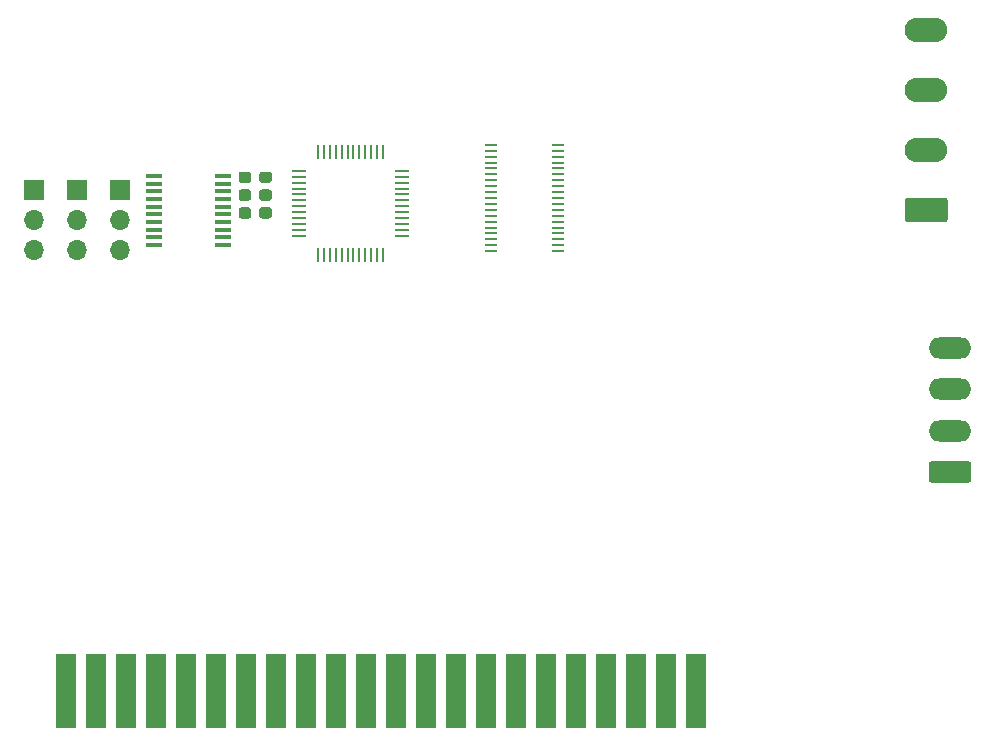
<source format=gbr>
G04 #@! TF.GenerationSoftware,KiCad,Pcbnew,5.0.2-bee76a0~70~ubuntu18.04.1*
G04 #@! TF.CreationDate,2019-10-20T22:12:44-04:00*
G04 #@! TF.ProjectId,Stepper Driver Card,53746570-7065-4722-9044-726976657220,rev?*
G04 #@! TF.SameCoordinates,Original*
G04 #@! TF.FileFunction,Copper,L1,Top*
G04 #@! TF.FilePolarity,Positive*
%FSLAX46Y46*%
G04 Gerber Fmt 4.6, Leading zero omitted, Abs format (unit mm)*
G04 Created by KiCad (PCBNEW 5.0.2-bee76a0~70~ubuntu18.04.1) date Sun 20 Oct 2019 10:12:44 PM EDT*
%MOMM*%
%LPD*%
G01*
G04 APERTURE LIST*
G04 #@! TA.AperFunction,ComponentPad*
%ADD10O,1.700000X1.700000*%
G04 #@! TD*
G04 #@! TA.AperFunction,ComponentPad*
%ADD11R,1.700000X1.700000*%
G04 #@! TD*
G04 #@! TA.AperFunction,ComponentPad*
%ADD12O,3.600000X2.080000*%
G04 #@! TD*
G04 #@! TA.AperFunction,Conductor*
%ADD13C,0.100000*%
G04 #@! TD*
G04 #@! TA.AperFunction,ComponentPad*
%ADD14C,2.080000*%
G04 #@! TD*
G04 #@! TA.AperFunction,ComponentPad*
%ADD15O,3.600000X1.800000*%
G04 #@! TD*
G04 #@! TA.AperFunction,ComponentPad*
%ADD16C,1.800000*%
G04 #@! TD*
G04 #@! TA.AperFunction,SMDPad,CuDef*
%ADD17C,0.950000*%
G04 #@! TD*
G04 #@! TA.AperFunction,SMDPad,CuDef*
%ADD18R,1.450000X0.450000*%
G04 #@! TD*
G04 #@! TA.AperFunction,SMDPad,CuDef*
%ADD19R,0.250000X1.300000*%
G04 #@! TD*
G04 #@! TA.AperFunction,SMDPad,CuDef*
%ADD20R,1.300000X0.250000*%
G04 #@! TD*
G04 #@! TA.AperFunction,SMDPad,CuDef*
%ADD21R,1.651000X6.350000*%
G04 #@! TD*
G04 #@! TA.AperFunction,SMDPad,CuDef*
%ADD22R,1.100000X0.285000*%
G04 #@! TD*
G04 APERTURE END LIST*
D10*
G04 #@! TO.P,J2,3*
G04 #@! TO.N,GND*
X105225001Y-79795001D03*
G04 #@! TO.P,J2,2*
G04 #@! TO.N,Net-(J2-Pad2)*
X105225001Y-77255001D03*
D11*
G04 #@! TO.P,J2,1*
G04 #@! TO.N,+3V3*
X105225001Y-74715001D03*
G04 #@! TD*
D10*
G04 #@! TO.P,J3,3*
G04 #@! TO.N,GND*
X108875001Y-79795001D03*
G04 #@! TO.P,J3,2*
G04 #@! TO.N,Net-(J3-Pad2)*
X108875001Y-77255001D03*
D11*
G04 #@! TO.P,J3,1*
G04 #@! TO.N,+3V3*
X108875001Y-74715001D03*
G04 #@! TD*
D10*
G04 #@! TO.P,J4,3*
G04 #@! TO.N,GND*
X112525001Y-79795001D03*
G04 #@! TO.P,J4,2*
G04 #@! TO.N,Net-(J4-Pad2)*
X112525001Y-77255001D03*
D11*
G04 #@! TO.P,J4,1*
G04 #@! TO.N,+3V3*
X112525001Y-74715001D03*
G04 #@! TD*
D12*
G04 #@! TO.P,J5,4*
G04 #@! TO.N,Net-(J5-Pad4)*
X180800000Y-61160000D03*
G04 #@! TO.P,J5,3*
G04 #@! TO.N,Net-(J5-Pad3)*
X180800000Y-66240000D03*
G04 #@! TO.P,J5,2*
G04 #@! TO.N,Net-(J5-Pad2)*
X180800000Y-71320000D03*
D13*
G04 #@! TD*
G04 #@! TO.N,Net-(J5-Pad1)*
G04 #@! TO.C,J5*
G36*
X182374505Y-75361204D02*
X182398773Y-75364804D01*
X182422572Y-75370765D01*
X182445671Y-75379030D01*
X182467850Y-75389520D01*
X182488893Y-75402132D01*
X182508599Y-75416747D01*
X182526777Y-75433223D01*
X182543253Y-75451401D01*
X182557868Y-75471107D01*
X182570480Y-75492150D01*
X182580970Y-75514329D01*
X182589235Y-75537428D01*
X182595196Y-75561227D01*
X182598796Y-75585495D01*
X182600000Y-75609999D01*
X182600000Y-77190001D01*
X182598796Y-77214505D01*
X182595196Y-77238773D01*
X182589235Y-77262572D01*
X182580970Y-77285671D01*
X182570480Y-77307850D01*
X182557868Y-77328893D01*
X182543253Y-77348599D01*
X182526777Y-77366777D01*
X182508599Y-77383253D01*
X182488893Y-77397868D01*
X182467850Y-77410480D01*
X182445671Y-77420970D01*
X182422572Y-77429235D01*
X182398773Y-77435196D01*
X182374505Y-77438796D01*
X182350001Y-77440000D01*
X179249999Y-77440000D01*
X179225495Y-77438796D01*
X179201227Y-77435196D01*
X179177428Y-77429235D01*
X179154329Y-77420970D01*
X179132150Y-77410480D01*
X179111107Y-77397868D01*
X179091401Y-77383253D01*
X179073223Y-77366777D01*
X179056747Y-77348599D01*
X179042132Y-77328893D01*
X179029520Y-77307850D01*
X179019030Y-77285671D01*
X179010765Y-77262572D01*
X179004804Y-77238773D01*
X179001204Y-77214505D01*
X179000000Y-77190001D01*
X179000000Y-75609999D01*
X179001204Y-75585495D01*
X179004804Y-75561227D01*
X179010765Y-75537428D01*
X179019030Y-75514329D01*
X179029520Y-75492150D01*
X179042132Y-75471107D01*
X179056747Y-75451401D01*
X179073223Y-75433223D01*
X179091401Y-75416747D01*
X179111107Y-75402132D01*
X179132150Y-75389520D01*
X179154329Y-75379030D01*
X179177428Y-75370765D01*
X179201227Y-75364804D01*
X179225495Y-75361204D01*
X179249999Y-75360000D01*
X182350001Y-75360000D01*
X182374505Y-75361204D01*
X182374505Y-75361204D01*
G37*
D14*
G04 #@! TO.P,J5,1*
G04 #@! TO.N,Net-(J5-Pad1)*
X180800000Y-76400000D03*
G04 #@! TD*
D15*
G04 #@! TO.P,J6,4*
G04 #@! TO.N,AXIS_LIMIT_SWITCH-*
X182800000Y-88100000D03*
G04 #@! TO.P,J6,3*
G04 #@! TO.N,+3V3*
X182800000Y-91600000D03*
G04 #@! TO.P,J6,2*
G04 #@! TO.N,AXIS_LIMIT_SWITCH+*
X182800000Y-95100000D03*
D13*
G04 #@! TD*
G04 #@! TO.N,+3V3*
G04 #@! TO.C,J6*
G36*
X184374504Y-97701204D02*
X184398773Y-97704804D01*
X184422571Y-97710765D01*
X184445671Y-97719030D01*
X184467849Y-97729520D01*
X184488893Y-97742133D01*
X184508598Y-97756747D01*
X184526777Y-97773223D01*
X184543253Y-97791402D01*
X184557867Y-97811107D01*
X184570480Y-97832151D01*
X184580970Y-97854329D01*
X184589235Y-97877429D01*
X184595196Y-97901227D01*
X184598796Y-97925496D01*
X184600000Y-97950000D01*
X184600000Y-99250000D01*
X184598796Y-99274504D01*
X184595196Y-99298773D01*
X184589235Y-99322571D01*
X184580970Y-99345671D01*
X184570480Y-99367849D01*
X184557867Y-99388893D01*
X184543253Y-99408598D01*
X184526777Y-99426777D01*
X184508598Y-99443253D01*
X184488893Y-99457867D01*
X184467849Y-99470480D01*
X184445671Y-99480970D01*
X184422571Y-99489235D01*
X184398773Y-99495196D01*
X184374504Y-99498796D01*
X184350000Y-99500000D01*
X181250000Y-99500000D01*
X181225496Y-99498796D01*
X181201227Y-99495196D01*
X181177429Y-99489235D01*
X181154329Y-99480970D01*
X181132151Y-99470480D01*
X181111107Y-99457867D01*
X181091402Y-99443253D01*
X181073223Y-99426777D01*
X181056747Y-99408598D01*
X181042133Y-99388893D01*
X181029520Y-99367849D01*
X181019030Y-99345671D01*
X181010765Y-99322571D01*
X181004804Y-99298773D01*
X181001204Y-99274504D01*
X181000000Y-99250000D01*
X181000000Y-97950000D01*
X181001204Y-97925496D01*
X181004804Y-97901227D01*
X181010765Y-97877429D01*
X181019030Y-97854329D01*
X181029520Y-97832151D01*
X181042133Y-97811107D01*
X181056747Y-97791402D01*
X181073223Y-97773223D01*
X181091402Y-97756747D01*
X181111107Y-97742133D01*
X181132151Y-97729520D01*
X181154329Y-97719030D01*
X181177429Y-97710765D01*
X181201227Y-97704804D01*
X181225496Y-97701204D01*
X181250000Y-97700000D01*
X184350000Y-97700000D01*
X184374504Y-97701204D01*
X184374504Y-97701204D01*
G37*
D16*
G04 #@! TO.P,J6,1*
G04 #@! TO.N,+3V3*
X182800000Y-98600000D03*
G04 #@! TD*
D13*
G04 #@! TO.N,AXIS_SELECT_X*
G04 #@! TO.C,R1*
G36*
X125160780Y-73171145D02*
X125183835Y-73174564D01*
X125206444Y-73180228D01*
X125228388Y-73188080D01*
X125249458Y-73198045D01*
X125269449Y-73210027D01*
X125288169Y-73223911D01*
X125305439Y-73239563D01*
X125321091Y-73256833D01*
X125334975Y-73275553D01*
X125346957Y-73295544D01*
X125356922Y-73316614D01*
X125364774Y-73338558D01*
X125370438Y-73361167D01*
X125373857Y-73384222D01*
X125375001Y-73407501D01*
X125375001Y-73882501D01*
X125373857Y-73905780D01*
X125370438Y-73928835D01*
X125364774Y-73951444D01*
X125356922Y-73973388D01*
X125346957Y-73994458D01*
X125334975Y-74014449D01*
X125321091Y-74033169D01*
X125305439Y-74050439D01*
X125288169Y-74066091D01*
X125269449Y-74079975D01*
X125249458Y-74091957D01*
X125228388Y-74101922D01*
X125206444Y-74109774D01*
X125183835Y-74115438D01*
X125160780Y-74118857D01*
X125137501Y-74120001D01*
X124562501Y-74120001D01*
X124539222Y-74118857D01*
X124516167Y-74115438D01*
X124493558Y-74109774D01*
X124471614Y-74101922D01*
X124450544Y-74091957D01*
X124430553Y-74079975D01*
X124411833Y-74066091D01*
X124394563Y-74050439D01*
X124378911Y-74033169D01*
X124365027Y-74014449D01*
X124353045Y-73994458D01*
X124343080Y-73973388D01*
X124335228Y-73951444D01*
X124329564Y-73928835D01*
X124326145Y-73905780D01*
X124325001Y-73882501D01*
X124325001Y-73407501D01*
X124326145Y-73384222D01*
X124329564Y-73361167D01*
X124335228Y-73338558D01*
X124343080Y-73316614D01*
X124353045Y-73295544D01*
X124365027Y-73275553D01*
X124378911Y-73256833D01*
X124394563Y-73239563D01*
X124411833Y-73223911D01*
X124430553Y-73210027D01*
X124450544Y-73198045D01*
X124471614Y-73188080D01*
X124493558Y-73180228D01*
X124516167Y-73174564D01*
X124539222Y-73171145D01*
X124562501Y-73170001D01*
X125137501Y-73170001D01*
X125160780Y-73171145D01*
X125160780Y-73171145D01*
G37*
D17*
G04 #@! TD*
G04 #@! TO.P,R1,2*
G04 #@! TO.N,AXIS_SELECT_X*
X124850001Y-73645001D03*
D13*
G04 #@! TO.N,Net-(J2-Pad2)*
G04 #@! TO.C,R1*
G36*
X123410780Y-73171145D02*
X123433835Y-73174564D01*
X123456444Y-73180228D01*
X123478388Y-73188080D01*
X123499458Y-73198045D01*
X123519449Y-73210027D01*
X123538169Y-73223911D01*
X123555439Y-73239563D01*
X123571091Y-73256833D01*
X123584975Y-73275553D01*
X123596957Y-73295544D01*
X123606922Y-73316614D01*
X123614774Y-73338558D01*
X123620438Y-73361167D01*
X123623857Y-73384222D01*
X123625001Y-73407501D01*
X123625001Y-73882501D01*
X123623857Y-73905780D01*
X123620438Y-73928835D01*
X123614774Y-73951444D01*
X123606922Y-73973388D01*
X123596957Y-73994458D01*
X123584975Y-74014449D01*
X123571091Y-74033169D01*
X123555439Y-74050439D01*
X123538169Y-74066091D01*
X123519449Y-74079975D01*
X123499458Y-74091957D01*
X123478388Y-74101922D01*
X123456444Y-74109774D01*
X123433835Y-74115438D01*
X123410780Y-74118857D01*
X123387501Y-74120001D01*
X122812501Y-74120001D01*
X122789222Y-74118857D01*
X122766167Y-74115438D01*
X122743558Y-74109774D01*
X122721614Y-74101922D01*
X122700544Y-74091957D01*
X122680553Y-74079975D01*
X122661833Y-74066091D01*
X122644563Y-74050439D01*
X122628911Y-74033169D01*
X122615027Y-74014449D01*
X122603045Y-73994458D01*
X122593080Y-73973388D01*
X122585228Y-73951444D01*
X122579564Y-73928835D01*
X122576145Y-73905780D01*
X122575001Y-73882501D01*
X122575001Y-73407501D01*
X122576145Y-73384222D01*
X122579564Y-73361167D01*
X122585228Y-73338558D01*
X122593080Y-73316614D01*
X122603045Y-73295544D01*
X122615027Y-73275553D01*
X122628911Y-73256833D01*
X122644563Y-73239563D01*
X122661833Y-73223911D01*
X122680553Y-73210027D01*
X122700544Y-73198045D01*
X122721614Y-73188080D01*
X122743558Y-73180228D01*
X122766167Y-73174564D01*
X122789222Y-73171145D01*
X122812501Y-73170001D01*
X123387501Y-73170001D01*
X123410780Y-73171145D01*
X123410780Y-73171145D01*
G37*
D17*
G04 #@! TD*
G04 #@! TO.P,R1,1*
G04 #@! TO.N,Net-(J2-Pad2)*
X123100001Y-73645001D03*
D13*
G04 #@! TO.N,AXIS_SELECT_Y*
G04 #@! TO.C,R2*
G36*
X125160780Y-74681145D02*
X125183835Y-74684564D01*
X125206444Y-74690228D01*
X125228388Y-74698080D01*
X125249458Y-74708045D01*
X125269449Y-74720027D01*
X125288169Y-74733911D01*
X125305439Y-74749563D01*
X125321091Y-74766833D01*
X125334975Y-74785553D01*
X125346957Y-74805544D01*
X125356922Y-74826614D01*
X125364774Y-74848558D01*
X125370438Y-74871167D01*
X125373857Y-74894222D01*
X125375001Y-74917501D01*
X125375001Y-75392501D01*
X125373857Y-75415780D01*
X125370438Y-75438835D01*
X125364774Y-75461444D01*
X125356922Y-75483388D01*
X125346957Y-75504458D01*
X125334975Y-75524449D01*
X125321091Y-75543169D01*
X125305439Y-75560439D01*
X125288169Y-75576091D01*
X125269449Y-75589975D01*
X125249458Y-75601957D01*
X125228388Y-75611922D01*
X125206444Y-75619774D01*
X125183835Y-75625438D01*
X125160780Y-75628857D01*
X125137501Y-75630001D01*
X124562501Y-75630001D01*
X124539222Y-75628857D01*
X124516167Y-75625438D01*
X124493558Y-75619774D01*
X124471614Y-75611922D01*
X124450544Y-75601957D01*
X124430553Y-75589975D01*
X124411833Y-75576091D01*
X124394563Y-75560439D01*
X124378911Y-75543169D01*
X124365027Y-75524449D01*
X124353045Y-75504458D01*
X124343080Y-75483388D01*
X124335228Y-75461444D01*
X124329564Y-75438835D01*
X124326145Y-75415780D01*
X124325001Y-75392501D01*
X124325001Y-74917501D01*
X124326145Y-74894222D01*
X124329564Y-74871167D01*
X124335228Y-74848558D01*
X124343080Y-74826614D01*
X124353045Y-74805544D01*
X124365027Y-74785553D01*
X124378911Y-74766833D01*
X124394563Y-74749563D01*
X124411833Y-74733911D01*
X124430553Y-74720027D01*
X124450544Y-74708045D01*
X124471614Y-74698080D01*
X124493558Y-74690228D01*
X124516167Y-74684564D01*
X124539222Y-74681145D01*
X124562501Y-74680001D01*
X125137501Y-74680001D01*
X125160780Y-74681145D01*
X125160780Y-74681145D01*
G37*
D17*
G04 #@! TD*
G04 #@! TO.P,R2,2*
G04 #@! TO.N,AXIS_SELECT_Y*
X124850001Y-75155001D03*
D13*
G04 #@! TO.N,Net-(J3-Pad2)*
G04 #@! TO.C,R2*
G36*
X123410780Y-74681145D02*
X123433835Y-74684564D01*
X123456444Y-74690228D01*
X123478388Y-74698080D01*
X123499458Y-74708045D01*
X123519449Y-74720027D01*
X123538169Y-74733911D01*
X123555439Y-74749563D01*
X123571091Y-74766833D01*
X123584975Y-74785553D01*
X123596957Y-74805544D01*
X123606922Y-74826614D01*
X123614774Y-74848558D01*
X123620438Y-74871167D01*
X123623857Y-74894222D01*
X123625001Y-74917501D01*
X123625001Y-75392501D01*
X123623857Y-75415780D01*
X123620438Y-75438835D01*
X123614774Y-75461444D01*
X123606922Y-75483388D01*
X123596957Y-75504458D01*
X123584975Y-75524449D01*
X123571091Y-75543169D01*
X123555439Y-75560439D01*
X123538169Y-75576091D01*
X123519449Y-75589975D01*
X123499458Y-75601957D01*
X123478388Y-75611922D01*
X123456444Y-75619774D01*
X123433835Y-75625438D01*
X123410780Y-75628857D01*
X123387501Y-75630001D01*
X122812501Y-75630001D01*
X122789222Y-75628857D01*
X122766167Y-75625438D01*
X122743558Y-75619774D01*
X122721614Y-75611922D01*
X122700544Y-75601957D01*
X122680553Y-75589975D01*
X122661833Y-75576091D01*
X122644563Y-75560439D01*
X122628911Y-75543169D01*
X122615027Y-75524449D01*
X122603045Y-75504458D01*
X122593080Y-75483388D01*
X122585228Y-75461444D01*
X122579564Y-75438835D01*
X122576145Y-75415780D01*
X122575001Y-75392501D01*
X122575001Y-74917501D01*
X122576145Y-74894222D01*
X122579564Y-74871167D01*
X122585228Y-74848558D01*
X122593080Y-74826614D01*
X122603045Y-74805544D01*
X122615027Y-74785553D01*
X122628911Y-74766833D01*
X122644563Y-74749563D01*
X122661833Y-74733911D01*
X122680553Y-74720027D01*
X122700544Y-74708045D01*
X122721614Y-74698080D01*
X122743558Y-74690228D01*
X122766167Y-74684564D01*
X122789222Y-74681145D01*
X122812501Y-74680001D01*
X123387501Y-74680001D01*
X123410780Y-74681145D01*
X123410780Y-74681145D01*
G37*
D17*
G04 #@! TD*
G04 #@! TO.P,R2,1*
G04 #@! TO.N,Net-(J3-Pad2)*
X123100001Y-75155001D03*
D13*
G04 #@! TO.N,AXIS_SELECT_Z*
G04 #@! TO.C,R3*
G36*
X125160780Y-76191145D02*
X125183835Y-76194564D01*
X125206444Y-76200228D01*
X125228388Y-76208080D01*
X125249458Y-76218045D01*
X125269449Y-76230027D01*
X125288169Y-76243911D01*
X125305439Y-76259563D01*
X125321091Y-76276833D01*
X125334975Y-76295553D01*
X125346957Y-76315544D01*
X125356922Y-76336614D01*
X125364774Y-76358558D01*
X125370438Y-76381167D01*
X125373857Y-76404222D01*
X125375001Y-76427501D01*
X125375001Y-76902501D01*
X125373857Y-76925780D01*
X125370438Y-76948835D01*
X125364774Y-76971444D01*
X125356922Y-76993388D01*
X125346957Y-77014458D01*
X125334975Y-77034449D01*
X125321091Y-77053169D01*
X125305439Y-77070439D01*
X125288169Y-77086091D01*
X125269449Y-77099975D01*
X125249458Y-77111957D01*
X125228388Y-77121922D01*
X125206444Y-77129774D01*
X125183835Y-77135438D01*
X125160780Y-77138857D01*
X125137501Y-77140001D01*
X124562501Y-77140001D01*
X124539222Y-77138857D01*
X124516167Y-77135438D01*
X124493558Y-77129774D01*
X124471614Y-77121922D01*
X124450544Y-77111957D01*
X124430553Y-77099975D01*
X124411833Y-77086091D01*
X124394563Y-77070439D01*
X124378911Y-77053169D01*
X124365027Y-77034449D01*
X124353045Y-77014458D01*
X124343080Y-76993388D01*
X124335228Y-76971444D01*
X124329564Y-76948835D01*
X124326145Y-76925780D01*
X124325001Y-76902501D01*
X124325001Y-76427501D01*
X124326145Y-76404222D01*
X124329564Y-76381167D01*
X124335228Y-76358558D01*
X124343080Y-76336614D01*
X124353045Y-76315544D01*
X124365027Y-76295553D01*
X124378911Y-76276833D01*
X124394563Y-76259563D01*
X124411833Y-76243911D01*
X124430553Y-76230027D01*
X124450544Y-76218045D01*
X124471614Y-76208080D01*
X124493558Y-76200228D01*
X124516167Y-76194564D01*
X124539222Y-76191145D01*
X124562501Y-76190001D01*
X125137501Y-76190001D01*
X125160780Y-76191145D01*
X125160780Y-76191145D01*
G37*
D17*
G04 #@! TD*
G04 #@! TO.P,R3,2*
G04 #@! TO.N,AXIS_SELECT_Z*
X124850001Y-76665001D03*
D13*
G04 #@! TO.N,Net-(J4-Pad2)*
G04 #@! TO.C,R3*
G36*
X123410780Y-76191145D02*
X123433835Y-76194564D01*
X123456444Y-76200228D01*
X123478388Y-76208080D01*
X123499458Y-76218045D01*
X123519449Y-76230027D01*
X123538169Y-76243911D01*
X123555439Y-76259563D01*
X123571091Y-76276833D01*
X123584975Y-76295553D01*
X123596957Y-76315544D01*
X123606922Y-76336614D01*
X123614774Y-76358558D01*
X123620438Y-76381167D01*
X123623857Y-76404222D01*
X123625001Y-76427501D01*
X123625001Y-76902501D01*
X123623857Y-76925780D01*
X123620438Y-76948835D01*
X123614774Y-76971444D01*
X123606922Y-76993388D01*
X123596957Y-77014458D01*
X123584975Y-77034449D01*
X123571091Y-77053169D01*
X123555439Y-77070439D01*
X123538169Y-77086091D01*
X123519449Y-77099975D01*
X123499458Y-77111957D01*
X123478388Y-77121922D01*
X123456444Y-77129774D01*
X123433835Y-77135438D01*
X123410780Y-77138857D01*
X123387501Y-77140001D01*
X122812501Y-77140001D01*
X122789222Y-77138857D01*
X122766167Y-77135438D01*
X122743558Y-77129774D01*
X122721614Y-77121922D01*
X122700544Y-77111957D01*
X122680553Y-77099975D01*
X122661833Y-77086091D01*
X122644563Y-77070439D01*
X122628911Y-77053169D01*
X122615027Y-77034449D01*
X122603045Y-77014458D01*
X122593080Y-76993388D01*
X122585228Y-76971444D01*
X122579564Y-76948835D01*
X122576145Y-76925780D01*
X122575001Y-76902501D01*
X122575001Y-76427501D01*
X122576145Y-76404222D01*
X122579564Y-76381167D01*
X122585228Y-76358558D01*
X122593080Y-76336614D01*
X122603045Y-76315544D01*
X122615027Y-76295553D01*
X122628911Y-76276833D01*
X122644563Y-76259563D01*
X122661833Y-76243911D01*
X122680553Y-76230027D01*
X122700544Y-76218045D01*
X122721614Y-76208080D01*
X122743558Y-76200228D01*
X122766167Y-76194564D01*
X122789222Y-76191145D01*
X122812501Y-76190001D01*
X123387501Y-76190001D01*
X123410780Y-76191145D01*
X123410780Y-76191145D01*
G37*
D17*
G04 #@! TD*
G04 #@! TO.P,R3,1*
G04 #@! TO.N,Net-(J4-Pad2)*
X123100001Y-76665001D03*
D18*
G04 #@! TO.P,U1,20*
G04 #@! TO.N,Net-(U1-Pad20)*
X121275001Y-73540001D03*
G04 #@! TO.P,U1,19*
G04 #@! TO.N,Net-(U1-Pad19)*
X121275001Y-74190001D03*
G04 #@! TO.P,U1,18*
G04 #@! TO.N,Net-(U1-Pad18)*
X121275001Y-74840001D03*
G04 #@! TO.P,U1,17*
G04 #@! TO.N,Net-(U1-Pad17)*
X121275001Y-75490001D03*
G04 #@! TO.P,U1,16*
G04 #@! TO.N,+3V3*
X121275001Y-76140001D03*
G04 #@! TO.P,U1,15*
G04 #@! TO.N,Net-(U1-Pad15)*
X121275001Y-76790001D03*
G04 #@! TO.P,U1,14*
G04 #@! TO.N,Net-(U1-Pad14)*
X121275001Y-77440001D03*
G04 #@! TO.P,U1,13*
G04 #@! TO.N,Net-(U1-Pad13)*
X121275001Y-78090001D03*
G04 #@! TO.P,U1,12*
G04 #@! TO.N,CARD_STATUS*
X121275001Y-78740001D03*
G04 #@! TO.P,U1,11*
G04 #@! TO.N,CARD_ENABLE*
X121275001Y-79390001D03*
G04 #@! TO.P,U1,10*
G04 #@! TO.N,I2C_ADD2*
X115375001Y-79390001D03*
G04 #@! TO.P,U1,9*
G04 #@! TO.N,I2C_ADD1*
X115375001Y-78740001D03*
G04 #@! TO.P,U1,8*
G04 #@! TO.N,I2C_ADD0*
X115375001Y-78090001D03*
G04 #@! TO.P,U1,7*
G04 #@! TO.N,I2C_SCL*
X115375001Y-77440001D03*
G04 #@! TO.P,U1,6*
G04 #@! TO.N,I2C_SDA*
X115375001Y-76790001D03*
G04 #@! TO.P,U1,5*
G04 #@! TO.N,+3V3*
X115375001Y-76140001D03*
G04 #@! TO.P,U1,4*
G04 #@! TO.N,Net-(U1-Pad4)*
X115375001Y-75490001D03*
G04 #@! TO.P,U1,3*
G04 #@! TO.N,Net-(U1-Pad3)*
X115375001Y-74840001D03*
G04 #@! TO.P,U1,2*
G04 #@! TO.N,Net-(U1-Pad2)*
X115375001Y-74190001D03*
G04 #@! TO.P,U1,1*
G04 #@! TO.N,Net-(U1-Pad1)*
X115375001Y-73540001D03*
G04 #@! TD*
D19*
G04 #@! TO.P,U2,48*
G04 #@! TO.N,Net-(U2-Pad48)*
X129295001Y-71505001D03*
G04 #@! TO.P,U2,47*
G04 #@! TO.N,Net-(U2-Pad47)*
X129795001Y-71505001D03*
G04 #@! TO.P,U2,46*
G04 #@! TO.N,Net-(U2-Pad46)*
X130295001Y-71505001D03*
G04 #@! TO.P,U2,45*
G04 #@! TO.N,Net-(U2-Pad45)*
X130795001Y-71505001D03*
G04 #@! TO.P,U2,44*
G04 #@! TO.N,Net-(U2-Pad44)*
X131295001Y-71505001D03*
G04 #@! TO.P,U2,43*
G04 #@! TO.N,Net-(U2-Pad43)*
X131795001Y-71505001D03*
G04 #@! TO.P,U2,42*
G04 #@! TO.N,Net-(U2-Pad42)*
X132295001Y-71505001D03*
G04 #@! TO.P,U2,41*
G04 #@! TO.N,Net-(U2-Pad41)*
X132795001Y-71505001D03*
G04 #@! TO.P,U2,40*
G04 #@! TO.N,Net-(U2-Pad40)*
X133295001Y-71505001D03*
G04 #@! TO.P,U2,39*
G04 #@! TO.N,Net-(U2-Pad39)*
X133795001Y-71505001D03*
G04 #@! TO.P,U2,38*
G04 #@! TO.N,Net-(U2-Pad38)*
X134295001Y-71505001D03*
G04 #@! TO.P,U2,37*
G04 #@! TO.N,Net-(U2-Pad37)*
X134795001Y-71505001D03*
D20*
G04 #@! TO.P,U2,36*
G04 #@! TO.N,Net-(U2-Pad36)*
X136395001Y-73105001D03*
G04 #@! TO.P,U2,35*
G04 #@! TO.N,Net-(U2-Pad35)*
X136395001Y-73605001D03*
G04 #@! TO.P,U2,34*
G04 #@! TO.N,Net-(U2-Pad34)*
X136395001Y-74105001D03*
G04 #@! TO.P,U2,33*
G04 #@! TO.N,Net-(U2-Pad33)*
X136395001Y-74605001D03*
G04 #@! TO.P,U2,32*
G04 #@! TO.N,Net-(U2-Pad32)*
X136395001Y-75105001D03*
G04 #@! TO.P,U2,31*
G04 #@! TO.N,Net-(U2-Pad31)*
X136395001Y-75605001D03*
G04 #@! TO.P,U2,30*
G04 #@! TO.N,AXIS_SELECT_Z*
X136395001Y-76105001D03*
G04 #@! TO.P,U2,29*
G04 #@! TO.N,AXIS_SELECT_Y*
X136395001Y-76605001D03*
G04 #@! TO.P,U2,28*
G04 #@! TO.N,AXIS_LIMIT_SWITCH+*
X136395001Y-77105001D03*
G04 #@! TO.P,U2,27*
G04 #@! TO.N,AXIS_LIMIT_SWITCH-*
X136395001Y-77605001D03*
G04 #@! TO.P,U2,26*
G04 #@! TO.N,Net-(U2-Pad26)*
X136395001Y-78105001D03*
G04 #@! TO.P,U2,25*
G04 #@! TO.N,Net-(U2-Pad25)*
X136395001Y-78605001D03*
D19*
G04 #@! TO.P,U2,24*
G04 #@! TO.N,Net-(U2-Pad24)*
X134795001Y-80205001D03*
G04 #@! TO.P,U2,23*
G04 #@! TO.N,Net-(U2-Pad23)*
X134295001Y-80205001D03*
G04 #@! TO.P,U2,22*
G04 #@! TO.N,Net-(U2-Pad22)*
X133795001Y-80205001D03*
G04 #@! TO.P,U2,21*
G04 #@! TO.N,Net-(U2-Pad21)*
X133295001Y-80205001D03*
G04 #@! TO.P,U2,20*
G04 #@! TO.N,Net-(U2-Pad20)*
X132795001Y-80205001D03*
G04 #@! TO.P,U2,19*
G04 #@! TO.N,Net-(U2-Pad19)*
X132295001Y-80205001D03*
G04 #@! TO.P,U2,18*
G04 #@! TO.N,Net-(U2-Pad18)*
X131795001Y-80205001D03*
G04 #@! TO.P,U2,17*
G04 #@! TO.N,AXIS_SELECT_X*
X131295001Y-80205001D03*
G04 #@! TO.P,U2,16*
G04 #@! TO.N,CARD_STATUS*
X130795001Y-80205001D03*
G04 #@! TO.P,U2,15*
G04 #@! TO.N,CARD_ENABLE*
X130295001Y-80205001D03*
G04 #@! TO.P,U2,14*
G04 #@! TO.N,I2C_ADD2*
X129795001Y-80205001D03*
G04 #@! TO.P,U2,13*
G04 #@! TO.N,I2C_ADD1*
X129295001Y-80205001D03*
D20*
G04 #@! TO.P,U2,12*
G04 #@! TO.N,I2C_ADD0*
X127695001Y-78605001D03*
G04 #@! TO.P,U2,11*
G04 #@! TO.N,I2C_SCL*
X127695001Y-78105001D03*
G04 #@! TO.P,U2,10*
G04 #@! TO.N,I2C_SDA*
X127695001Y-77605001D03*
G04 #@! TO.P,U2,9*
G04 #@! TO.N,Net-(U2-Pad9)*
X127695001Y-77105001D03*
G04 #@! TO.P,U2,8*
G04 #@! TO.N,Net-(U2-Pad8)*
X127695001Y-76605001D03*
G04 #@! TO.P,U2,7*
G04 #@! TO.N,Net-(U2-Pad7)*
X127695001Y-76105001D03*
G04 #@! TO.P,U2,6*
G04 #@! TO.N,Net-(U2-Pad6)*
X127695001Y-75605001D03*
G04 #@! TO.P,U2,5*
G04 #@! TO.N,Net-(U2-Pad5)*
X127695001Y-75105001D03*
G04 #@! TO.P,U2,4*
G04 #@! TO.N,Net-(U2-Pad4)*
X127695001Y-74605001D03*
G04 #@! TO.P,U2,3*
G04 #@! TO.N,Net-(U2-Pad3)*
X127695001Y-74105001D03*
G04 #@! TO.P,U2,2*
G04 #@! TO.N,Net-(U2-Pad2)*
X127695001Y-73605001D03*
G04 #@! TO.P,U2,1*
G04 #@! TO.N,Net-(U2-Pad1)*
X127695001Y-73105001D03*
G04 #@! TD*
D21*
G04 #@! TO.P,J1,22*
G04 #@! TO.N,GND*
X107950000Y-117119400D03*
G04 #@! TO.P,J1,21*
X110490000Y-117119400D03*
G04 #@! TO.P,J1,20*
G04 #@! TO.N,Net-(J1-Pad20)*
X113030000Y-117119400D03*
G04 #@! TO.P,J1,19*
G04 #@! TO.N,Net-(J1-Pad19)*
X115570000Y-117119400D03*
G04 #@! TO.P,J1,18*
G04 #@! TO.N,Net-(J1-Pad18)*
X118110000Y-117119400D03*
G04 #@! TO.P,J1,17*
G04 #@! TO.N,Net-(J1-Pad17)*
X120650000Y-117119400D03*
G04 #@! TO.P,J1,16*
G04 #@! TO.N,Net-(J1-Pad16)*
X123190000Y-117119400D03*
G04 #@! TO.P,J1,15*
G04 #@! TO.N,CARD_STATUS*
X125730000Y-117119400D03*
G04 #@! TO.P,J1,14*
G04 #@! TO.N,CARD_ENABLE*
X128270000Y-117119400D03*
G04 #@! TO.P,J1,13*
G04 #@! TO.N,I2C_ADD2*
X130810000Y-117119400D03*
G04 #@! TO.P,J1,12*
G04 #@! TO.N,I2C_ADD1*
X133350000Y-117119400D03*
G04 #@! TO.P,J1,11*
G04 #@! TO.N,I2C_ADD0*
X135890000Y-117119400D03*
G04 #@! TO.P,J1,10*
G04 #@! TO.N,I2C_SCL*
X138430000Y-117119400D03*
G04 #@! TO.P,J1,9*
G04 #@! TO.N,I2C_SDA*
X140970000Y-117119400D03*
G04 #@! TO.P,J1,8*
G04 #@! TO.N,GND*
X143510000Y-117119400D03*
G04 #@! TO.P,J1,7*
X146050000Y-117119400D03*
G04 #@! TO.P,J1,6*
G04 #@! TO.N,+3V3*
X148590000Y-117119400D03*
G04 #@! TO.P,J1,5*
X151130000Y-117119400D03*
G04 #@! TO.P,J1,4*
G04 #@! TO.N,+5V*
X153670000Y-117119400D03*
G04 #@! TO.P,J1,3*
X156210000Y-117119400D03*
G04 #@! TO.P,J1,2*
G04 #@! TO.N,+24V*
X158750000Y-117119400D03*
G04 #@! TO.P,J1,1*
X161290000Y-117119400D03*
G04 #@! TD*
D22*
G04 #@! TO.P,U3,38*
G04 #@! TO.N,Net-(U3-Pad38)*
X149650000Y-70900000D03*
G04 #@! TO.P,U3,37*
G04 #@! TO.N,Net-(U3-Pad37)*
X149650000Y-71400000D03*
G04 #@! TO.P,U3,36*
G04 #@! TO.N,Net-(U3-Pad36)*
X149650000Y-71900000D03*
G04 #@! TO.P,U3,35*
G04 #@! TO.N,Net-(U3-Pad35)*
X149650000Y-72400000D03*
G04 #@! TO.P,U3,34*
G04 #@! TO.N,Net-(U3-Pad34)*
X149650000Y-72900000D03*
G04 #@! TO.P,U3,33*
G04 #@! TO.N,Net-(U3-Pad33)*
X149650000Y-73400000D03*
G04 #@! TO.P,U3,32*
G04 #@! TO.N,Net-(U3-Pad32)*
X149650000Y-73900000D03*
G04 #@! TO.P,U3,31*
G04 #@! TO.N,Net-(U3-Pad31)*
X149650000Y-74400000D03*
G04 #@! TO.P,U3,30*
G04 #@! TO.N,Net-(U3-Pad30)*
X149650000Y-74900000D03*
G04 #@! TO.P,U3,29*
G04 #@! TO.N,Net-(U3-Pad29)*
X149650000Y-75400000D03*
G04 #@! TO.P,U3,28*
G04 #@! TO.N,Net-(U3-Pad28)*
X149650000Y-75900000D03*
G04 #@! TO.P,U3,27*
G04 #@! TO.N,Net-(U3-Pad27)*
X149650000Y-76400000D03*
G04 #@! TO.P,U3,26*
G04 #@! TO.N,Net-(U3-Pad26)*
X149650000Y-76900000D03*
G04 #@! TO.P,U3,25*
G04 #@! TO.N,Net-(U3-Pad25)*
X149650000Y-77400000D03*
G04 #@! TO.P,U3,24*
G04 #@! TO.N,Net-(U3-Pad24)*
X149650000Y-77900000D03*
G04 #@! TO.P,U3,23*
G04 #@! TO.N,Net-(U3-Pad23)*
X149650000Y-78400000D03*
G04 #@! TO.P,U3,22*
G04 #@! TO.N,Net-(U3-Pad22)*
X149650000Y-78900000D03*
G04 #@! TO.P,U3,21*
G04 #@! TO.N,Net-(U3-Pad21)*
X149650000Y-79400000D03*
G04 #@! TO.P,U3,20*
G04 #@! TO.N,Net-(U3-Pad20)*
X149650000Y-79900000D03*
G04 #@! TO.P,U3,19*
G04 #@! TO.N,Net-(U3-Pad19)*
X143950000Y-79900000D03*
G04 #@! TO.P,U3,18*
G04 #@! TO.N,Net-(U3-Pad18)*
X143950000Y-79400000D03*
G04 #@! TO.P,U3,17*
G04 #@! TO.N,SPI_MISO*
X143950000Y-78900000D03*
G04 #@! TO.P,U3,16*
G04 #@! TO.N,SPI_CS*
X143950000Y-78400000D03*
G04 #@! TO.P,U3,15*
G04 #@! TO.N,SPI_MOSI*
X143950000Y-77900000D03*
G04 #@! TO.P,U3,14*
G04 #@! TO.N,SPI_SCK*
X143950000Y-77400000D03*
G04 #@! TO.P,U3,13*
G04 #@! TO.N,Net-(U3-Pad13)*
X143950000Y-76900000D03*
G04 #@! TO.P,U3,12*
G04 #@! TO.N,Net-(U3-Pad12)*
X143950000Y-76400000D03*
G04 #@! TO.P,U3,11*
G04 #@! TO.N,Net-(U3-Pad11)*
X143950000Y-75900000D03*
G04 #@! TO.P,U3,10*
G04 #@! TO.N,Net-(U3-Pad10)*
X143950000Y-75400000D03*
G04 #@! TO.P,U3,9*
G04 #@! TO.N,Net-(U3-Pad9)*
X143950000Y-74900000D03*
G04 #@! TO.P,U3,8*
G04 #@! TO.N,Net-(U3-Pad8)*
X143950000Y-74400000D03*
G04 #@! TO.P,U3,7*
G04 #@! TO.N,Net-(U3-Pad7)*
X143950000Y-73900000D03*
G04 #@! TO.P,U3,6*
G04 #@! TO.N,Net-(U3-Pad6)*
X143950000Y-73400000D03*
G04 #@! TO.P,U3,5*
G04 #@! TO.N,Net-(U3-Pad5)*
X143950000Y-72900000D03*
G04 #@! TO.P,U3,4*
G04 #@! TO.N,Net-(U3-Pad4)*
X143950000Y-72400000D03*
G04 #@! TO.P,U3,3*
G04 #@! TO.N,Net-(U3-Pad3)*
X143950000Y-71900000D03*
G04 #@! TO.P,U3,2*
G04 #@! TO.N,Net-(U3-Pad2)*
X143950000Y-71400000D03*
G04 #@! TO.P,U3,1*
G04 #@! TO.N,Net-(U3-Pad1)*
X143950000Y-70900000D03*
G04 #@! TD*
M02*

</source>
